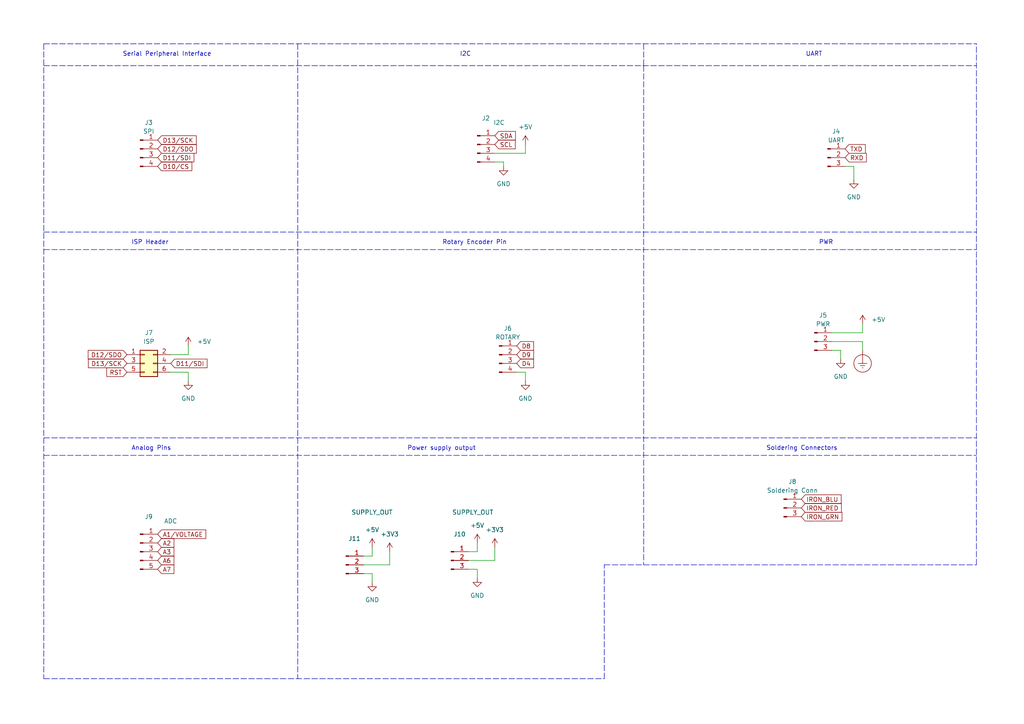
<source format=kicad_sch>
(kicad_sch (version 20210621) (generator eeschema)
  (paper "A4")
  (lib_symbols
    (symbol "Connector:Conn_01x03_Male" (pin_names (offset 1.016) hide)
      (property "Reference" "J" (at 0 5.08 0))
      (property "Value" "Conn_01x03_Male" (at 0 -5.08 0))
      (symbol "Conn_01x03_Male_1_1"
        (polyline (pts (xy 1.27 -2.54) (xy 0.8636 -2.54)) (stroke (width 0.1524)))
        (polyline (pts (xy 1.27 0) (xy 0.8636 0)) (stroke (width 0.1524)))
        (polyline (pts (xy 1.27 2.54) (xy 0.8636 2.54)) (stroke (width 0.1524)))
        (rectangle (start 0.8636 -2.413) (end 0 -2.667) (stroke (width 0.1524)) (fill (type outline)))
        (rectangle (start 0.8636 0.127) (end 0 -0.127) (stroke (width 0.1524)) (fill (type outline)))
        (rectangle (start 0.8636 2.667) (end 0 2.413) (stroke (width 0.1524)) (fill (type outline)))
        (pin passive line (at 5.08 2.54 180) (length 3.81) (name "Pin_1") (number "1"))
        (pin passive line (at 5.08 0 180) (length 3.81) (name "Pin_2") (number "2"))
        (pin passive line (at 5.08 -2.54 180) (length 3.81) (name "Pin_3") (number "3"))
      )
    )
    (symbol "Connector:Conn_01x04_Male" (pin_names (offset 1.016) hide)
      (property "Reference" "J" (at 0 5.08 0))
      (property "Value" "Conn_01x04_Male" (at 0 -7.62 0))
      (symbol "Conn_01x04_Male_1_1"
        (polyline (pts (xy 1.27 -5.08) (xy 0.8636 -5.08)) (stroke (width 0.1524)))
        (polyline (pts (xy 1.27 -2.54) (xy 0.8636 -2.54)) (stroke (width 0.1524)))
        (polyline (pts (xy 1.27 0) (xy 0.8636 0)) (stroke (width 0.1524)))
        (polyline (pts (xy 1.27 2.54) (xy 0.8636 2.54)) (stroke (width 0.1524)))
        (rectangle (start 0.8636 -4.953) (end 0 -5.207) (stroke (width 0.1524)) (fill (type outline)))
        (rectangle (start 0.8636 -2.413) (end 0 -2.667) (stroke (width 0.1524)) (fill (type outline)))
        (rectangle (start 0.8636 0.127) (end 0 -0.127) (stroke (width 0.1524)) (fill (type outline)))
        (rectangle (start 0.8636 2.667) (end 0 2.413) (stroke (width 0.1524)) (fill (type outline)))
        (pin passive line (at 5.08 2.54 180) (length 3.81) (name "Pin_1") (number "1"))
        (pin passive line (at 5.08 0 180) (length 3.81) (name "Pin_2") (number "2"))
        (pin passive line (at 5.08 -2.54 180) (length 3.81) (name "Pin_3") (number "3"))
        (pin passive line (at 5.08 -5.08 180) (length 3.81) (name "Pin_4") (number "4"))
      )
    )
    (symbol "Connector:Conn_01x05_Male" (pin_names (offset 1.016) hide)
      (property "Reference" "J" (at 0 7.62 0))
      (property "Value" "Conn_01x05_Male" (at 0 -7.62 0))
      (symbol "Conn_01x05_Male_1_1"
        (polyline (pts (xy 1.27 -5.08) (xy 0.8636 -5.08)) (stroke (width 0.1524)))
        (polyline (pts (xy 1.27 -2.54) (xy 0.8636 -2.54)) (stroke (width 0.1524)))
        (polyline (pts (xy 1.27 0) (xy 0.8636 0)) (stroke (width 0.1524)))
        (polyline (pts (xy 1.27 2.54) (xy 0.8636 2.54)) (stroke (width 0.1524)))
        (polyline (pts (xy 1.27 5.08) (xy 0.8636 5.08)) (stroke (width 0.1524)))
        (rectangle (start 0.8636 -4.953) (end 0 -5.207) (stroke (width 0.1524)) (fill (type outline)))
        (rectangle (start 0.8636 -2.413) (end 0 -2.667) (stroke (width 0.1524)) (fill (type outline)))
        (rectangle (start 0.8636 0.127) (end 0 -0.127) (stroke (width 0.1524)) (fill (type outline)))
        (rectangle (start 0.8636 2.667) (end 0 2.413) (stroke (width 0.1524)) (fill (type outline)))
        (rectangle (start 0.8636 5.207) (end 0 4.953) (stroke (width 0.1524)) (fill (type outline)))
        (pin passive line (at 5.08 5.08 180) (length 3.81) (name "Pin_1") (number "1"))
        (pin passive line (at 5.08 2.54 180) (length 3.81) (name "Pin_2") (number "2"))
        (pin passive line (at 5.08 0 180) (length 3.81) (name "Pin_3") (number "3"))
        (pin passive line (at 5.08 -2.54 180) (length 3.81) (name "Pin_4") (number "4"))
        (pin passive line (at 5.08 -5.08 180) (length 3.81) (name "Pin_5") (number "5"))
      )
    )
    (symbol "Connector_Generic:Conn_02x03_Odd_Even" (pin_names (offset 1.016) hide)
      (property "Reference" "J" (at 1.27 5.08 0))
      (property "Value" "Conn_02x03_Odd_Even" (at 1.27 -5.08 0))
      (symbol "Conn_02x03_Odd_Even_1_1"
        (rectangle (start -1.27 -2.413) (end 0 -2.667) (stroke (width 0.1524)))
        (rectangle (start -1.27 0.127) (end 0 -0.127) (stroke (width 0.1524)))
        (rectangle (start -1.27 2.667) (end 0 2.413) (stroke (width 0.1524)))
        (rectangle (start -1.27 3.81) (end 3.81 -3.81) (stroke (width 0.254)) (fill (type background)))
        (rectangle (start 3.81 -2.413) (end 2.54 -2.667) (stroke (width 0.1524)))
        (rectangle (start 3.81 0.127) (end 2.54 -0.127) (stroke (width 0.1524)))
        (rectangle (start 3.81 2.667) (end 2.54 2.413) (stroke (width 0.1524)))
        (pin passive line (at -5.08 2.54 0) (length 3.81) (name "Pin_1") (number "1"))
        (pin passive line (at 7.62 2.54 180) (length 3.81) (name "Pin_2") (number "2"))
        (pin passive line (at -5.08 0 0) (length 3.81) (name "Pin_3") (number "3"))
        (pin passive line (at 7.62 0 180) (length 3.81) (name "Pin_4") (number "4"))
        (pin passive line (at -5.08 -2.54 0) (length 3.81) (name "Pin_5") (number "5"))
        (pin passive line (at 7.62 -2.54 180) (length 3.81) (name "Pin_6") (number "6"))
      )
    )
    (symbol "power:+3.3V" (power) (pin_names (offset 0))
      (property "Value" "+3.3V" (at 0 3.556 0))
      (symbol "+3.3V_0_1"
        (polyline (pts (xy -0.762 1.27) (xy 0 2.54)))
        (polyline (pts (xy 0 0) (xy 0 2.54)))
        (polyline (pts (xy 0 2.54) (xy 0.762 1.27)))
      )
      (symbol "+3.3V_1_1"
        (pin power_in line (at 0 0 90) (length 0) hide (name "+3V3") (number "1"))
      )
    )
    (symbol "power:+5V" (power) (pin_names (offset 0))
      (property "Value" "+5V" (at 0 3.556 0))
      (symbol "+5V_0_1"
        (polyline (pts (xy -0.762 1.27) (xy 0 2.54)))
        (polyline (pts (xy 0 0) (xy 0 2.54)))
        (polyline (pts (xy 0 2.54) (xy 0.762 1.27)))
      )
      (symbol "+5V_1_1"
        (pin power_in line (at 0 0 90) (length 0) hide (name "+5V") (number "1"))
      )
    )
    (symbol "power:Earth_Protective" (power) (pin_names (offset 0))
      (symbol "Earth_Protective_0_1"
        (circle (center 0 -3.81) (radius 2.54))
        (polyline (pts (xy -0.635 -4.445) (xy 0.635 -4.445)))
        (polyline (pts (xy -0.127 -5.08) (xy 0.127 -5.08)))
        (polyline (pts (xy 0 -3.81) (xy 0 0)))
        (polyline (pts (xy 1.27 -3.81) (xy -1.27 -3.81)))
      )
      (symbol "Earth_Protective_1_1"
        (pin power_in line (at 0 0 270) (length 0) hide (name "Earth_Protective") (number "1"))
      )
    )
    (symbol "power:GND" (power) (pin_names (offset 0))
      (property "Value" "GND" (at 0 -3.81 0))
      (symbol "GND_0_1"
        (polyline (pts (xy 0 0) (xy 0 -1.27) (xy 1.27 -1.27) (xy 0 -2.54) (xy -1.27 -1.27) (xy 0 -1.27)))
      )
      (symbol "GND_1_1"
        (pin power_in line (at 0 0 270) (length 0) hide (name "GND") (number "1"))
      )
    )
  )
  (wire (pts (xy 152.4 41.91) (xy 152.4 44.45)))
  (wire (pts (xy 247.65 52.07) (xy 247.65 48.26)))
  (wire (pts (xy 247.65 48.26) (xy 245.11 48.26)))
  (wire (pts (xy 250.19 93.98) (xy 250.19 96.52)))
  (polyline (pts (xy 86.36 12.7) (xy 86.36 196.85)))
  (wire (pts (xy 49.53 102.87) (xy 54.61 102.87)))
  (wire (pts (xy 54.61 100.33) (xy 54.61 102.87)))
  (polyline (pts (xy 186.69 12.7) (xy 186.69 19.05)))
  (wire (pts (xy 143.51 158.75) (xy 143.51 162.56)))
  (polyline (pts (xy 12.7 127) (xy 283.21 127)))
  (wire (pts (xy 143.51 162.56) (xy 135.89 162.56)))
  (wire (pts (xy 54.61 110.49) (xy 54.61 107.95)))
  (wire (pts (xy 54.61 107.95) (xy 49.53 107.95)))
  (wire (pts (xy 143.51 46.99) (xy 146.05 46.99)))
  (wire (pts (xy 146.05 46.99) (xy 146.05 48.26)))
  (polyline (pts (xy 186.69 19.05) (xy 186.69 163.83)))
  (polyline (pts (xy 12.7 67.31) (xy 283.21 67.31)))
  (wire (pts (xy 138.43 167.64) (xy 138.43 165.1)))
  (polyline (pts (xy 12.7 12.7) (xy 283.21 12.7)))
  (polyline (pts (xy 283.21 163.83) (xy 283.21 12.7)))
  (polyline (pts (xy 175.26 163.83) (xy 283.21 163.83)))
  (polyline (pts (xy 12.7 12.7) (xy 12.7 196.85)))
  (polyline (pts (xy 12.7 196.85) (xy 175.26 196.85)))
  (polyline (pts (xy 175.26 196.85) (xy 175.26 163.83)))
  (wire (pts (xy 143.51 44.45) (xy 152.4 44.45)))
  (polyline (pts (xy 12.7 72.39) (xy 283.21 72.39)))
  (wire (pts (xy 138.43 157.48) (xy 138.43 160.02)))
  (wire (pts (xy 243.84 101.6) (xy 241.3 101.6)))
  (wire (pts (xy 243.84 104.14) (xy 243.84 101.6)))
  (wire (pts (xy 138.43 165.1) (xy 135.89 165.1)))
  (wire (pts (xy 113.03 163.83) (xy 105.41 163.83)))
  (wire (pts (xy 113.03 160.02) (xy 113.03 163.83)))
  (wire (pts (xy 250.19 101.6) (xy 250.19 99.06)))
  (wire (pts (xy 241.3 99.06) (xy 250.19 99.06)))
  (polyline (pts (xy 12.7 132.08) (xy 283.21 132.08)))
  (wire (pts (xy 138.43 160.02) (xy 135.89 160.02)))
  (wire (pts (xy 152.4 107.95) (xy 149.86 107.95)))
  (wire (pts (xy 152.4 110.49) (xy 152.4 107.95)))
  (wire (pts (xy 107.95 166.37) (xy 105.41 166.37)))
  (wire (pts (xy 107.95 168.91) (xy 107.95 166.37)))
  (wire (pts (xy 107.95 158.75) (xy 107.95 161.29)))
  (wire (pts (xy 107.95 161.29) (xy 105.41 161.29)))
  (polyline (pts (xy 12.7 19.05) (xy 283.21 19.05)))
  (wire (pts (xy 241.3 96.52) (xy 250.19 96.52)))
  (text "I2C\n" (at 133.35 16.51 0) (effects (font (size 1.27 1.27)) (justify left bottom)))
  (text "ISP Header" (at 38.1 71.12 0) (effects (font (size 1.27 1.27)) (justify left bottom)))
  (text "Rotary Encoder Pin\n" (at 128.27 71.12 0) (effects (font (size 1.27 1.27)) (justify left bottom)))
  (text "UART\n" (at 233.68 16.51 0) (effects (font (size 1.27 1.27)) (justify left bottom)))
  (text "Power supply output" (at 118.11 130.81 0) (effects (font (size 1.27 1.27)) (justify left bottom)))
  (text "Soldering Connectors" (at 222.25 130.81 0) (effects (font (size 1.27 1.27)) (justify left bottom)))
  (text "Analog Pins\n" (at 38.1 130.81 0) (effects (font (size 1.27 1.27)) (justify left bottom)))
  (text "Serial Peripheral Interface" (at 35.56 16.51 0) (effects (font (size 1.27 1.27)) (justify left bottom)))
  (text "PWR" (at 237.49 71.12 0) (effects (font (size 1.27 1.27)) (justify left bottom)))
  (global_label "A7" (shape input) (at 45.72 165.1 0) (property "Intersheet References" "${INTERSHEET_REFS}" (effects hide)))
  (global_label "A2" (shape input) (at 45.72 157.48 0) (property "Intersheet References" "${INTERSHEET_REFS}" (effects hide)))
  (global_label "SCL" (shape input) (at 143.51 41.91 0) (property "Intersheet References" "${INTERSHEET_REFS}" (effects hide)))
  (global_label "D12{slash}SDO" (shape input) (at 36.83 102.87 180) (property "Intersheet References" "${INTERSHEET_REFS}" (effects hide)))
  (global_label "A3" (shape input) (at 45.72 160.02 0) (property "Intersheet References" "${INTERSHEET_REFS}" (effects hide)))
  (global_label "D10{slash}CS" (shape input) (at 45.72 48.26 0) (property "Intersheet References" "${INTERSHEET_REFS}" (effects hide)))
  (global_label "IRON_BLU" (shape input) (at 232.41 144.78 0) (property "Intersheet References" "${INTERSHEET_REFS}" (effects hide)))
  (global_label "SDA" (shape input) (at 143.51 39.37 0) (property "Intersheet References" "${INTERSHEET_REFS}" (effects hide)))
  (global_label "D13{slash}SCK" (shape input) (at 45.72 40.64 0) (property "Intersheet References" "${INTERSHEET_REFS}" (effects hide)))
  (global_label "RST" (shape input) (at 36.83 107.95 180) (property "Intersheet References" "${INTERSHEET_REFS}" (effects hide)))
  (global_label "A1{slash}VOLTAGE" (shape input) (at 45.72 154.94 0) (property "Intersheet References" "${INTERSHEET_REFS}" (effects hide)))
  (global_label "IRON_GRN" (shape input) (at 232.41 149.86 0) (property "Intersheet References" "${INTERSHEET_REFS}" (effects hide)))
  (global_label "D13{slash}SCK" (shape input) (at 36.83 105.41 180) (property "Intersheet References" "${INTERSHEET_REFS}" (effects hide)))
  (global_label "D9" (shape input) (at 149.86 102.87 0) (property "Intersheet References" "${INTERSHEET_REFS}" (effects hide)))
  (global_label "TXD" (shape input) (at 245.11 43.18 0) (property "Intersheet References" "${INTERSHEET_REFS}" (effects hide)))
  (global_label "RXD" (shape input) (at 245.11 45.72 0) (property "Intersheet References" "${INTERSHEET_REFS}" (effects hide)))
  (global_label "D8" (shape input) (at 149.86 100.33 0) (property "Intersheet References" "${INTERSHEET_REFS}" (effects hide)))
  (global_label "D11{slash}SDI" (shape input) (at 49.53 105.41 0) (property "Intersheet References" "${INTERSHEET_REFS}" (effects hide)))
  (global_label "D11{slash}SDI" (shape input) (at 45.72 45.72 0) (property "Intersheet References" "${INTERSHEET_REFS}" (effects hide)))
  (global_label "A6" (shape input) (at 45.72 162.56 0) (property "Intersheet References" "${INTERSHEET_REFS}" (effects hide)))
  (global_label "D12{slash}SDO" (shape input) (at 45.72 43.18 0) (property "Intersheet References" "${INTERSHEET_REFS}" (effects hide)))
  (global_label "IRON_RED" (shape input) (at 232.41 147.32 0) (property "Intersheet References" "${INTERSHEET_REFS}" (effects hide)))
  (global_label "D4" (shape input) (at 149.86 105.41 0) (property "Intersheet References" "${INTERSHEET_REFS}" (effects hide)))
  (symbol (lib_id "power:Earth_Protective") (at 250.19 101.6 0) (unit 1)
    (property "Reference" "#PWR061" (effects hide))
    (property "Value" "Earth_Protective" (effects hide))
  )
  (symbol (lib_id "power:GND") (at 107.95 168.91 0) (unit 1)
    (property "Reference" "#PWR070" (effects hide))
    (property "Value" "GND" (at 107.95 173.99 0))
  )
  (symbol (lib_id "power:GND") (at 138.43 167.64 0) (unit 1)
    (property "Reference" "#PWR069" (effects hide))
    (property "Value" "GND" (at 138.43 172.72 0))
  )
  (symbol (lib_id "power:+5V") (at 152.4 41.91 0) (unit 1)
    (property "Reference" "#PWR056" (effects hide))
    (property "Value" "+5V" (at 152.4 36.83 0))
  )
  (symbol (lib_id "Connector:Conn_01x03_Male") (at 236.22 99.06 0) (unit 1)
    (property "Reference" "J5" (at 238.7219 91.44 0))
    (property "Value" "PWR" (at 238.7219 93.98 0))
    (property "Footprint" "Connector_PinHeader_2.54mm:PinHeader_1x03_P2.54mm_Vertical" (effects hide))
  )
  (symbol (lib_id "power:GND") (at 152.4 110.49 0) (unit 1)
    (property "Reference" "#PWR064" (effects hide))
    (property "Value" "GND" (at 152.4 115.57 0))
  )
  (symbol (lib_id "power:GND") (at 243.84 104.14 0) (unit 1)
    (property "Reference" "#PWR062" (effects hide))
    (property "Value" "GND" (at 243.84 109.22 0))
  )
  (symbol (lib_id "Connector:Conn_01x03_Male") (at 100.33 163.83 0) (unit 1)
    (property "Reference" "J11" (at 102.8319 156.21 0))
    (property "Value" "SUPPLY_OUT" (at 107.9119 148.59 0))
    (property "Footprint" "Connector_PinHeader_2.54mm:PinHeader_1x03_P2.54mm_Vertical" (effects hide))
  )
  (symbol (lib_id "Connector:Conn_01x05_Male") (at 40.64 160.02 0) (unit 1)
    (property "Reference" "J9" (at 43.1419 149.86 0))
    (property "Value" "ADC" (at 49.4919 151.13 0))
    (property "Footprint" "Connector_PinHeader_2.54mm:PinHeader_1x05_P2.54mm_Vertical" (effects hide))
  )
  (symbol (lib_id "power:+3.3V") (at 113.03 160.02 0) (unit 1)
    (property "Reference" "#PWR068" (effects hide))
    (property "Value" "+3.3V" (at 113.03 154.94 0))
  )
  (symbol (lib_id "Connector:Conn_01x03_Male") (at 240.03 45.72 0) (unit 1)
    (property "Reference" "J4" (at 242.5319 38.1 0))
    (property "Value" "UART" (at 242.5319 40.64 0))
    (property "Footprint" "Connector_PinHeader_2.54mm:PinHeader_1x03_P2.54mm_Vertical" (effects hide))
  )
  (symbol (lib_id "power:+5V") (at 107.95 158.75 0) (unit 1)
    (property "Reference" "#PWR066" (effects hide))
    (property "Value" "+5V" (at 107.95 153.67 0))
  )
  (symbol (lib_id "Connector:Conn_01x03_Male") (at 227.33 147.32 0) (unit 1)
    (property "Reference" "J8" (at 229.8319 139.7 0))
    (property "Value" "Soldering Conn" (at 229.8319 142.24 0))
    (property "Footprint" "Connector_Phoenix_MSTB:PhoenixContact_MSTBVA_2,5_3-G-5,08_1x03_P5.08mm_Vertical" (effects hide))
  )
  (symbol (lib_id "Connector:Conn_01x04_Male") (at 144.78 102.87 0) (unit 1)
    (property "Reference" "J6" (at 147.2819 95.25 0))
    (property "Value" "ROTARY" (at 147.2819 97.79 0))
    (property "Footprint" "Connector_PinHeader_2.54mm:PinHeader_1x04_P2.54mm_Vertical" (effects hide))
  )
  (symbol (lib_id "power:GND") (at 247.65 52.07 0) (unit 1)
    (property "Reference" "#PWR058" (effects hide))
    (property "Value" "GND" (at 247.65 57.15 0))
  )
  (symbol (lib_id "power:+3.3V") (at 143.51 158.75 0) (unit 1)
    (property "Reference" "#PWR067" (effects hide))
    (property "Value" "+3.3V" (at 143.51 153.67 0))
  )
  (symbol (lib_id "power:GND") (at 54.61 110.49 0) (unit 1)
    (property "Reference" "#PWR063" (effects hide))
    (property "Value" "GND" (at 54.61 115.57 0))
  )
  (symbol (lib_id "Connector_Generic:Conn_02x03_Odd_Even") (at 41.91 105.41 0) (unit 1)
    (property "Reference" "J7" (at 43.18 96.52 0))
    (property "Value" "ISP" (at 43.18 99.06 0))
    (property "Footprint" "Connector_PinHeader_2.54mm:PinHeader_2x03_P2.54mm_Vertical" (effects hide))
  )
  (symbol (lib_id "Connector:Conn_01x03_Male") (at 130.81 162.56 0) (unit 1)
    (property "Reference" "J10" (at 133.3119 154.94 0))
    (property "Value" "SUPPLY_OUT" (at 137.1219 148.59 0))
    (property "Footprint" "Connector_PinHeader_2.54mm:PinHeader_1x03_P2.54mm_Vertical" (effects hide))
  )
  (symbol (lib_id "power:+5V") (at 54.61 100.33 0) (unit 1)
    (property "Reference" "#PWR060" (effects hide))
    (property "Value" "+5V" (at 57.15 99.0599 0) (effects (justify left)))
  )
  (symbol (lib_id "Connector:Conn_01x04_Male") (at 40.64 43.18 0) (unit 1)
    (property "Reference" "J3" (at 43.1419 35.56 0))
    (property "Value" "SPI" (at 43.1419 38.1 0))
    (property "Footprint" "Connector_PinHeader_2.54mm:PinHeader_1x04_P2.54mm_Vertical" (effects hide))
  )
  (symbol (lib_id "power:GND") (at 146.05 48.26 0) (unit 1)
    (property "Reference" "#PWR057" (effects hide))
    (property "Value" "GND" (at 146.05 53.34 0))
  )
  (symbol (lib_id "Connector:Conn_01x04_Male") (at 138.43 41.91 0) (unit 1)
    (property "Reference" "J2" (at 140.9319 34.29 0))
    (property "Value" "I2C" (at 144.7419 35.56 0))
    (property "Footprint" "Connector_PinHeader_2.54mm:PinHeader_1x04_P2.54mm_Vertical" (effects hide))
  )
  (symbol (lib_id "power:+5V") (at 138.43 157.48 0) (unit 1)
    (property "Reference" "#PWR065" (effects hide))
    (property "Value" "+5V" (at 138.43 152.4 0))
  )
  (symbol (lib_id "power:+5V") (at 250.19 93.98 0) (unit 1)
    (property "Reference" "#PWR059" (effects hide))
    (property "Value" "+5V" (at 252.73 92.7099 0) (effects (justify left)))
  )
)
</source>
